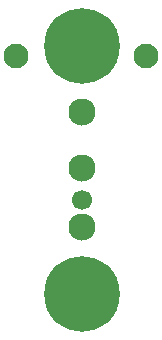
<source format=gbr>
%TF.GenerationSoftware,KiCad,Pcbnew,(6.0.11)*%
%TF.CreationDate,2023-02-04T21:56:39-06:00*%
%TF.ProjectId,Euclid Reverse Engineer,4575636c-6964-4205-9265-766572736520,rev?*%
%TF.SameCoordinates,Original*%
%TF.FileFunction,Soldermask,Top*%
%TF.FilePolarity,Negative*%
%FSLAX46Y46*%
G04 Gerber Fmt 4.6, Leading zero omitted, Abs format (unit mm)*
G04 Created by KiCad (PCBNEW (6.0.11)) date 2023-02-04 21:56:39*
%MOMM*%
%LPD*%
G01*
G04 APERTURE LIST*
%ADD10C,2.100000*%
%ADD11C,2.300000*%
%ADD12C,1.700000*%
%ADD13C,0.800000*%
%ADD14C,6.400000*%
G04 APERTURE END LIST*
D10*
%TO.C,H4*%
X145200000Y-99000000D03*
%TD*%
D11*
%TO.C,J1*%
X150750000Y-113500000D03*
D12*
X150750000Y-111250000D03*
D11*
X150750000Y-108500000D03*
X150750000Y-103750000D03*
%TD*%
D13*
%TO.C,H2*%
X148350000Y-98200000D03*
X149052944Y-99897056D03*
X152447056Y-96502944D03*
X149052944Y-96502944D03*
X150750000Y-100600000D03*
D14*
X150750000Y-98200000D03*
D13*
X150750000Y-95800000D03*
X152447056Y-99897056D03*
X153150000Y-98200000D03*
%TD*%
D14*
%TO.C,H1*%
X150750000Y-119200000D03*
D13*
X149052944Y-120897056D03*
X153150000Y-119200000D03*
X149052944Y-117502944D03*
X152447056Y-117502944D03*
X150750000Y-121600000D03*
X152447056Y-120897056D03*
X150750000Y-116800000D03*
X148350000Y-119200000D03*
%TD*%
D10*
%TO.C,H3*%
X156200000Y-99000000D03*
%TD*%
M02*

</source>
